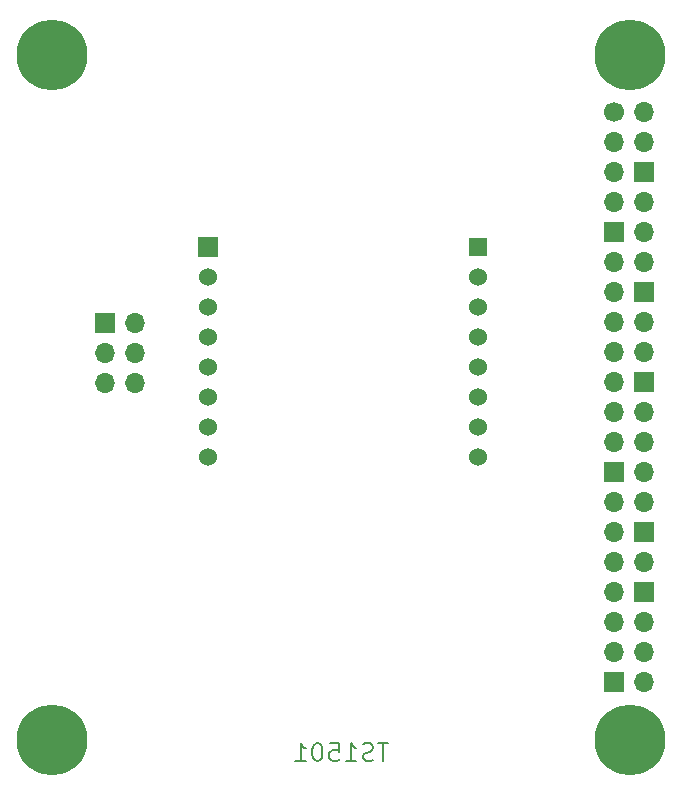
<source format=gbr>
%TF.GenerationSoftware,KiCad,Pcbnew,8.0.7+1*%
%TF.CreationDate,2025-02-19T14:48:18+01:00*%
%TF.ProjectId,ts15-rpi-shield,74733135-2d72-4706-992d-736869656c64,rev?*%
%TF.SameCoordinates,Original*%
%TF.FileFunction,Soldermask,Bot*%
%TF.FilePolarity,Negative*%
%FSLAX46Y46*%
G04 Gerber Fmt 4.6, Leading zero omitted, Abs format (unit mm)*
G04 Created by KiCad (PCBNEW 8.0.7+1) date 2025-02-19 14:48:18*
%MOMM*%
%LPD*%
G01*
G04 APERTURE LIST*
%ADD10C,0.150000*%
%ADD11R,1.700000X1.700000*%
%ADD12O,1.700000X1.700000*%
%ADD13R,1.676400X1.676400*%
%ADD14C,1.524000*%
%ADD15R,1.524000X1.524000*%
%ADD16C,6.000000*%
%ADD17C,1.700000*%
G04 APERTURE END LIST*
D10*
X144499998Y-131808628D02*
X143642856Y-131808628D01*
X144071427Y-133308628D02*
X144071427Y-131808628D01*
X143214284Y-133237200D02*
X142999999Y-133308628D01*
X142999999Y-133308628D02*
X142642856Y-133308628D01*
X142642856Y-133308628D02*
X142499999Y-133237200D01*
X142499999Y-133237200D02*
X142428570Y-133165771D01*
X142428570Y-133165771D02*
X142357141Y-133022914D01*
X142357141Y-133022914D02*
X142357141Y-132880057D01*
X142357141Y-132880057D02*
X142428570Y-132737200D01*
X142428570Y-132737200D02*
X142499999Y-132665771D01*
X142499999Y-132665771D02*
X142642856Y-132594342D01*
X142642856Y-132594342D02*
X142928570Y-132522914D01*
X142928570Y-132522914D02*
X143071427Y-132451485D01*
X143071427Y-132451485D02*
X143142856Y-132380057D01*
X143142856Y-132380057D02*
X143214284Y-132237200D01*
X143214284Y-132237200D02*
X143214284Y-132094342D01*
X143214284Y-132094342D02*
X143142856Y-131951485D01*
X143142856Y-131951485D02*
X143071427Y-131880057D01*
X143071427Y-131880057D02*
X142928570Y-131808628D01*
X142928570Y-131808628D02*
X142571427Y-131808628D01*
X142571427Y-131808628D02*
X142357141Y-131880057D01*
X140928570Y-133308628D02*
X141785713Y-133308628D01*
X141357142Y-133308628D02*
X141357142Y-131808628D01*
X141357142Y-131808628D02*
X141499999Y-132022914D01*
X141499999Y-132022914D02*
X141642856Y-132165771D01*
X141642856Y-132165771D02*
X141785713Y-132237200D01*
X139571428Y-131808628D02*
X140285714Y-131808628D01*
X140285714Y-131808628D02*
X140357142Y-132522914D01*
X140357142Y-132522914D02*
X140285714Y-132451485D01*
X140285714Y-132451485D02*
X140142857Y-132380057D01*
X140142857Y-132380057D02*
X139785714Y-132380057D01*
X139785714Y-132380057D02*
X139642857Y-132451485D01*
X139642857Y-132451485D02*
X139571428Y-132522914D01*
X139571428Y-132522914D02*
X139499999Y-132665771D01*
X139499999Y-132665771D02*
X139499999Y-133022914D01*
X139499999Y-133022914D02*
X139571428Y-133165771D01*
X139571428Y-133165771D02*
X139642857Y-133237200D01*
X139642857Y-133237200D02*
X139785714Y-133308628D01*
X139785714Y-133308628D02*
X140142857Y-133308628D01*
X140142857Y-133308628D02*
X140285714Y-133237200D01*
X140285714Y-133237200D02*
X140357142Y-133165771D01*
X138571428Y-131808628D02*
X138428571Y-131808628D01*
X138428571Y-131808628D02*
X138285714Y-131880057D01*
X138285714Y-131880057D02*
X138214286Y-131951485D01*
X138214286Y-131951485D02*
X138142857Y-132094342D01*
X138142857Y-132094342D02*
X138071428Y-132380057D01*
X138071428Y-132380057D02*
X138071428Y-132737200D01*
X138071428Y-132737200D02*
X138142857Y-133022914D01*
X138142857Y-133022914D02*
X138214286Y-133165771D01*
X138214286Y-133165771D02*
X138285714Y-133237200D01*
X138285714Y-133237200D02*
X138428571Y-133308628D01*
X138428571Y-133308628D02*
X138571428Y-133308628D01*
X138571428Y-133308628D02*
X138714286Y-133237200D01*
X138714286Y-133237200D02*
X138785714Y-133165771D01*
X138785714Y-133165771D02*
X138857143Y-133022914D01*
X138857143Y-133022914D02*
X138928571Y-132737200D01*
X138928571Y-132737200D02*
X138928571Y-132380057D01*
X138928571Y-132380057D02*
X138857143Y-132094342D01*
X138857143Y-132094342D02*
X138785714Y-131951485D01*
X138785714Y-131951485D02*
X138714286Y-131880057D01*
X138714286Y-131880057D02*
X138571428Y-131808628D01*
X136642857Y-133308628D02*
X137500000Y-133308628D01*
X137071429Y-133308628D02*
X137071429Y-131808628D01*
X137071429Y-131808628D02*
X137214286Y-132022914D01*
X137214286Y-132022914D02*
X137357143Y-132165771D01*
X137357143Y-132165771D02*
X137500000Y-132237200D01*
D11*
%TO.C,J2*%
X120475000Y-96195000D03*
D12*
X123015000Y-96195000D03*
X120475000Y-98735000D03*
X123015000Y-98735000D03*
X120475000Y-101275000D03*
X123015000Y-101275000D03*
%TD*%
D13*
%TO.C,CON1*%
X129240000Y-89770000D03*
D14*
X129240000Y-92310000D03*
X129240000Y-94850000D03*
X129240000Y-97390000D03*
X129240000Y-99930000D03*
X129240000Y-102470000D03*
X129240000Y-105010000D03*
X129240000Y-107550000D03*
X152100000Y-107550000D03*
X152100000Y-105010000D03*
X152100000Y-102470000D03*
X152100000Y-99930000D03*
X152100000Y-97390000D03*
X152100000Y-94850000D03*
X152100000Y-92310000D03*
D15*
X152100000Y-89770000D03*
%TD*%
D16*
%TO.C,J1*%
X165000000Y-73500000D03*
X116000000Y-73500000D03*
X165000000Y-131500000D03*
X116000000Y-131500000D03*
D17*
X163622000Y-78400000D03*
D12*
X166162000Y-78400000D03*
X163622000Y-80940000D03*
X166162000Y-80940000D03*
X163622000Y-83480000D03*
D11*
X166162000Y-83480000D03*
D12*
X163622000Y-86020000D03*
X166162000Y-86020000D03*
D11*
X163622000Y-88560000D03*
D12*
X166162000Y-88560000D03*
X163622000Y-91100000D03*
X166162000Y-91100000D03*
X163622000Y-93640000D03*
D11*
X166162000Y-93640000D03*
D12*
X163622000Y-96180000D03*
X166162000Y-96180000D03*
X163622000Y-98720000D03*
X166162000Y-98720000D03*
X163622000Y-101260000D03*
D11*
X166162000Y-101260000D03*
D12*
X163622000Y-103800000D03*
X166162000Y-103800000D03*
X163622000Y-106340000D03*
X166162000Y-106340000D03*
D11*
X163622000Y-108880000D03*
D12*
X166162000Y-108880000D03*
X163622000Y-111420000D03*
X166162000Y-111420000D03*
X163622000Y-113960000D03*
D11*
X166162000Y-113960000D03*
D12*
X163622000Y-116500000D03*
X166162000Y-116500000D03*
X163622000Y-119040000D03*
D11*
X166162000Y-119040000D03*
D12*
X163622000Y-121580000D03*
X166162000Y-121580000D03*
X163622000Y-124120000D03*
X166162000Y-124120000D03*
D11*
X163622000Y-126660000D03*
D12*
X166162000Y-126660000D03*
%TD*%
M02*

</source>
